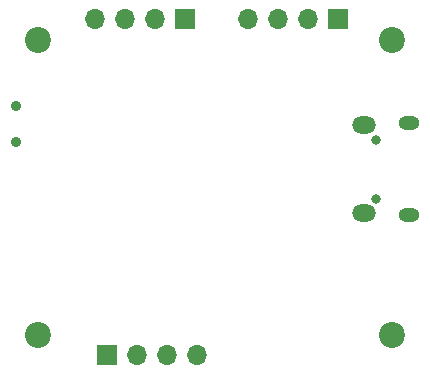
<source format=gbr>
%TF.GenerationSoftware,KiCad,Pcbnew,(6.0.10)*%
%TF.CreationDate,2024-12-04T22:05:22+05:30*%
%TF.ProjectId,STM32 Based PCB Design,53544d33-3220-4426-9173-656420504342,rev?*%
%TF.SameCoordinates,Original*%
%TF.FileFunction,Soldermask,Bot*%
%TF.FilePolarity,Negative*%
%FSLAX46Y46*%
G04 Gerber Fmt 4.6, Leading zero omitted, Abs format (unit mm)*
G04 Created by KiCad (PCBNEW (6.0.10)) date 2024-12-04 22:05:22*
%MOMM*%
%LPD*%
G01*
G04 APERTURE LIST*
%ADD10O,0.800000X0.800000*%
%ADD11O,2.000000X1.450000*%
%ADD12O,1.800000X1.150000*%
%ADD13R,1.700000X1.700000*%
%ADD14O,1.700000X1.700000*%
%ADD15C,2.200000*%
%ADD16C,0.900000*%
G04 APERTURE END LIST*
D10*
%TO.C,J4*%
X217386000Y-91654000D03*
X217386000Y-86654000D03*
D11*
X216336000Y-85429000D03*
D12*
X220136000Y-93029000D03*
D11*
X216336000Y-92879000D03*
D12*
X220136000Y-85279000D03*
%TD*%
D13*
%TO.C,J3*%
X214112000Y-76454000D03*
D14*
X211572000Y-76454000D03*
X209032000Y-76454000D03*
X206492000Y-76454000D03*
%TD*%
D13*
%TO.C,J1*%
X194574000Y-104902000D03*
D14*
X197114000Y-104902000D03*
X199654000Y-104902000D03*
X202194000Y-104902000D03*
%TD*%
D15*
%TO.C,H4*%
X188722000Y-103232000D03*
%TD*%
D16*
%TO.C,SW1*%
X186835000Y-83844000D03*
X186835000Y-86844000D03*
%TD*%
D15*
%TO.C,H3*%
X218722000Y-103232000D03*
%TD*%
D13*
%TO.C,J2*%
X201158000Y-76454000D03*
D14*
X198618000Y-76454000D03*
X196078000Y-76454000D03*
X193538000Y-76454000D03*
%TD*%
D15*
%TO.C,H1*%
X218722000Y-78232000D03*
%TD*%
%TO.C,H2*%
X188722000Y-78232000D03*
%TD*%
M02*

</source>
